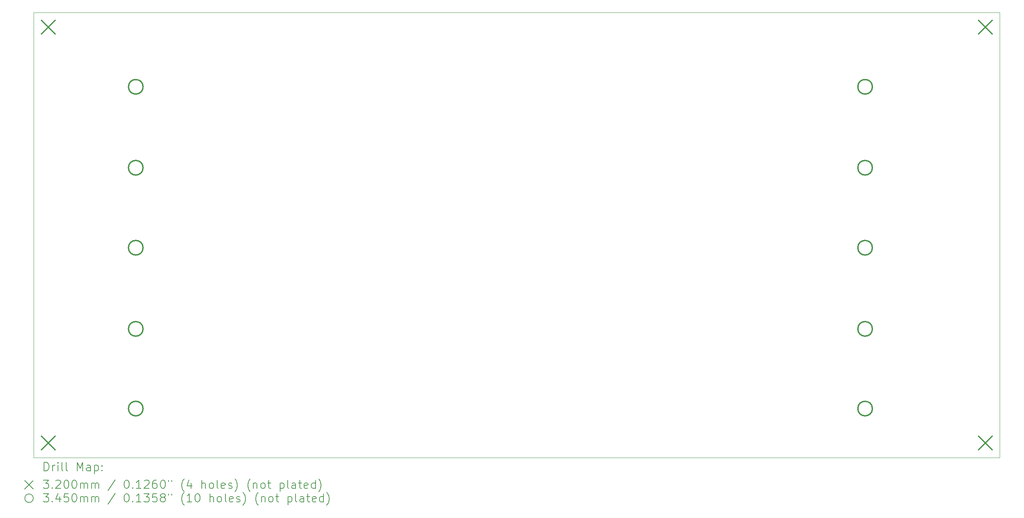
<source format=gbr>
%FSLAX45Y45*%
G04 Gerber Fmt 4.5, Leading zero omitted, Abs format (unit mm)*
G04 Created by KiCad (PCBNEW (6.0.0)) date 2022-01-24 17:49:51*
%MOMM*%
%LPD*%
G01*
G04 APERTURE LIST*
%TA.AperFunction,Profile*%
%ADD10C,0.100000*%
%TD*%
%ADD11C,0.200000*%
%ADD12C,0.320000*%
%ADD13C,0.345000*%
G04 APERTURE END LIST*
D10*
X26473600Y-14439400D02*
X26473600Y-3889400D01*
X3613600Y-14439400D02*
X26473600Y-14439400D01*
X3613600Y-3889400D02*
X3613600Y-14439400D01*
X26473600Y-3889400D02*
X3613600Y-3889400D01*
D11*
D12*
X3802400Y-4081800D02*
X4122400Y-4401800D01*
X4122400Y-4081800D02*
X3802400Y-4401800D01*
X3802400Y-13937000D02*
X4122400Y-14257000D01*
X4122400Y-13937000D02*
X3802400Y-14257000D01*
X25976600Y-4081800D02*
X26296600Y-4401800D01*
X26296600Y-4081800D02*
X25976600Y-4401800D01*
X25976600Y-13937000D02*
X26296600Y-14257000D01*
X26296600Y-13937000D02*
X25976600Y-14257000D01*
D13*
X6206600Y-5653900D02*
G75*
G03*
X6206600Y-5653900I-172500J0D01*
G01*
X6206600Y-7571900D02*
G75*
G03*
X6206600Y-7571900I-172500J0D01*
G01*
X6206600Y-9467900D02*
G75*
G03*
X6206600Y-9467900I-172500J0D01*
G01*
X6206600Y-11390900D02*
G75*
G03*
X6206600Y-11390900I-172500J0D01*
G01*
X6206600Y-13279900D02*
G75*
G03*
X6206600Y-13279900I-172500J0D01*
G01*
X23465600Y-5653900D02*
G75*
G03*
X23465600Y-5653900I-172500J0D01*
G01*
X23465600Y-7571900D02*
G75*
G03*
X23465600Y-7571900I-172500J0D01*
G01*
X23465600Y-9467900D02*
G75*
G03*
X23465600Y-9467900I-172500J0D01*
G01*
X23465600Y-11390900D02*
G75*
G03*
X23465600Y-11390900I-172500J0D01*
G01*
X23465600Y-13279900D02*
G75*
G03*
X23465600Y-13279900I-172500J0D01*
G01*
D11*
X3866219Y-14754876D02*
X3866219Y-14554876D01*
X3913838Y-14554876D01*
X3942409Y-14564400D01*
X3961457Y-14583448D01*
X3970981Y-14602495D01*
X3980505Y-14640590D01*
X3980505Y-14669162D01*
X3970981Y-14707257D01*
X3961457Y-14726305D01*
X3942409Y-14745352D01*
X3913838Y-14754876D01*
X3866219Y-14754876D01*
X4066219Y-14754876D02*
X4066219Y-14621543D01*
X4066219Y-14659638D02*
X4075743Y-14640590D01*
X4085267Y-14631067D01*
X4104314Y-14621543D01*
X4123362Y-14621543D01*
X4190028Y-14754876D02*
X4190028Y-14621543D01*
X4190028Y-14554876D02*
X4180505Y-14564400D01*
X4190028Y-14573924D01*
X4199552Y-14564400D01*
X4190028Y-14554876D01*
X4190028Y-14573924D01*
X4313838Y-14754876D02*
X4294790Y-14745352D01*
X4285267Y-14726305D01*
X4285267Y-14554876D01*
X4418600Y-14754876D02*
X4399552Y-14745352D01*
X4390029Y-14726305D01*
X4390029Y-14554876D01*
X4647171Y-14754876D02*
X4647171Y-14554876D01*
X4713838Y-14697733D01*
X4780505Y-14554876D01*
X4780505Y-14754876D01*
X4961457Y-14754876D02*
X4961457Y-14650114D01*
X4951933Y-14631067D01*
X4932886Y-14621543D01*
X4894790Y-14621543D01*
X4875743Y-14631067D01*
X4961457Y-14745352D02*
X4942410Y-14754876D01*
X4894790Y-14754876D01*
X4875743Y-14745352D01*
X4866219Y-14726305D01*
X4866219Y-14707257D01*
X4875743Y-14688209D01*
X4894790Y-14678686D01*
X4942410Y-14678686D01*
X4961457Y-14669162D01*
X5056695Y-14621543D02*
X5056695Y-14821543D01*
X5056695Y-14631067D02*
X5075743Y-14621543D01*
X5113838Y-14621543D01*
X5132886Y-14631067D01*
X5142410Y-14640590D01*
X5151933Y-14659638D01*
X5151933Y-14716781D01*
X5142410Y-14735828D01*
X5132886Y-14745352D01*
X5113838Y-14754876D01*
X5075743Y-14754876D01*
X5056695Y-14745352D01*
X5237648Y-14735828D02*
X5247171Y-14745352D01*
X5237648Y-14754876D01*
X5228124Y-14745352D01*
X5237648Y-14735828D01*
X5237648Y-14754876D01*
X5237648Y-14631067D02*
X5247171Y-14640590D01*
X5237648Y-14650114D01*
X5228124Y-14640590D01*
X5237648Y-14631067D01*
X5237648Y-14650114D01*
X3408600Y-14984400D02*
X3608600Y-15184400D01*
X3608600Y-14984400D02*
X3408600Y-15184400D01*
X3847171Y-14974876D02*
X3970981Y-14974876D01*
X3904314Y-15051067D01*
X3932886Y-15051067D01*
X3951933Y-15060590D01*
X3961457Y-15070114D01*
X3970981Y-15089162D01*
X3970981Y-15136781D01*
X3961457Y-15155828D01*
X3951933Y-15165352D01*
X3932886Y-15174876D01*
X3875743Y-15174876D01*
X3856695Y-15165352D01*
X3847171Y-15155828D01*
X4056695Y-15155828D02*
X4066219Y-15165352D01*
X4056695Y-15174876D01*
X4047171Y-15165352D01*
X4056695Y-15155828D01*
X4056695Y-15174876D01*
X4142409Y-14993924D02*
X4151933Y-14984400D01*
X4170981Y-14974876D01*
X4218600Y-14974876D01*
X4237648Y-14984400D01*
X4247171Y-14993924D01*
X4256695Y-15012971D01*
X4256695Y-15032019D01*
X4247171Y-15060590D01*
X4132886Y-15174876D01*
X4256695Y-15174876D01*
X4380505Y-14974876D02*
X4399552Y-14974876D01*
X4418600Y-14984400D01*
X4428124Y-14993924D01*
X4437648Y-15012971D01*
X4447171Y-15051067D01*
X4447171Y-15098686D01*
X4437648Y-15136781D01*
X4428124Y-15155828D01*
X4418600Y-15165352D01*
X4399552Y-15174876D01*
X4380505Y-15174876D01*
X4361457Y-15165352D01*
X4351933Y-15155828D01*
X4342410Y-15136781D01*
X4332886Y-15098686D01*
X4332886Y-15051067D01*
X4342410Y-15012971D01*
X4351933Y-14993924D01*
X4361457Y-14984400D01*
X4380505Y-14974876D01*
X4570981Y-14974876D02*
X4590029Y-14974876D01*
X4609076Y-14984400D01*
X4618600Y-14993924D01*
X4628124Y-15012971D01*
X4637648Y-15051067D01*
X4637648Y-15098686D01*
X4628124Y-15136781D01*
X4618600Y-15155828D01*
X4609076Y-15165352D01*
X4590029Y-15174876D01*
X4570981Y-15174876D01*
X4551933Y-15165352D01*
X4542410Y-15155828D01*
X4532886Y-15136781D01*
X4523362Y-15098686D01*
X4523362Y-15051067D01*
X4532886Y-15012971D01*
X4542410Y-14993924D01*
X4551933Y-14984400D01*
X4570981Y-14974876D01*
X4723362Y-15174876D02*
X4723362Y-15041543D01*
X4723362Y-15060590D02*
X4732886Y-15051067D01*
X4751933Y-15041543D01*
X4780505Y-15041543D01*
X4799552Y-15051067D01*
X4809076Y-15070114D01*
X4809076Y-15174876D01*
X4809076Y-15070114D02*
X4818600Y-15051067D01*
X4837648Y-15041543D01*
X4866219Y-15041543D01*
X4885267Y-15051067D01*
X4894790Y-15070114D01*
X4894790Y-15174876D01*
X4990029Y-15174876D02*
X4990029Y-15041543D01*
X4990029Y-15060590D02*
X4999552Y-15051067D01*
X5018600Y-15041543D01*
X5047171Y-15041543D01*
X5066219Y-15051067D01*
X5075743Y-15070114D01*
X5075743Y-15174876D01*
X5075743Y-15070114D02*
X5085267Y-15051067D01*
X5104314Y-15041543D01*
X5132886Y-15041543D01*
X5151933Y-15051067D01*
X5161457Y-15070114D01*
X5161457Y-15174876D01*
X5551933Y-14965352D02*
X5380505Y-15222495D01*
X5809076Y-14974876D02*
X5828124Y-14974876D01*
X5847171Y-14984400D01*
X5856695Y-14993924D01*
X5866219Y-15012971D01*
X5875743Y-15051067D01*
X5875743Y-15098686D01*
X5866219Y-15136781D01*
X5856695Y-15155828D01*
X5847171Y-15165352D01*
X5828124Y-15174876D01*
X5809076Y-15174876D01*
X5790028Y-15165352D01*
X5780505Y-15155828D01*
X5770981Y-15136781D01*
X5761457Y-15098686D01*
X5761457Y-15051067D01*
X5770981Y-15012971D01*
X5780505Y-14993924D01*
X5790028Y-14984400D01*
X5809076Y-14974876D01*
X5961457Y-15155828D02*
X5970981Y-15165352D01*
X5961457Y-15174876D01*
X5951933Y-15165352D01*
X5961457Y-15155828D01*
X5961457Y-15174876D01*
X6161457Y-15174876D02*
X6047171Y-15174876D01*
X6104314Y-15174876D02*
X6104314Y-14974876D01*
X6085267Y-15003448D01*
X6066219Y-15022495D01*
X6047171Y-15032019D01*
X6237648Y-14993924D02*
X6247171Y-14984400D01*
X6266219Y-14974876D01*
X6313838Y-14974876D01*
X6332886Y-14984400D01*
X6342409Y-14993924D01*
X6351933Y-15012971D01*
X6351933Y-15032019D01*
X6342409Y-15060590D01*
X6228124Y-15174876D01*
X6351933Y-15174876D01*
X6523362Y-14974876D02*
X6485267Y-14974876D01*
X6466219Y-14984400D01*
X6456695Y-14993924D01*
X6437648Y-15022495D01*
X6428124Y-15060590D01*
X6428124Y-15136781D01*
X6437648Y-15155828D01*
X6447171Y-15165352D01*
X6466219Y-15174876D01*
X6504314Y-15174876D01*
X6523362Y-15165352D01*
X6532886Y-15155828D01*
X6542409Y-15136781D01*
X6542409Y-15089162D01*
X6532886Y-15070114D01*
X6523362Y-15060590D01*
X6504314Y-15051067D01*
X6466219Y-15051067D01*
X6447171Y-15060590D01*
X6437648Y-15070114D01*
X6428124Y-15089162D01*
X6666219Y-14974876D02*
X6685267Y-14974876D01*
X6704314Y-14984400D01*
X6713838Y-14993924D01*
X6723362Y-15012971D01*
X6732886Y-15051067D01*
X6732886Y-15098686D01*
X6723362Y-15136781D01*
X6713838Y-15155828D01*
X6704314Y-15165352D01*
X6685267Y-15174876D01*
X6666219Y-15174876D01*
X6647171Y-15165352D01*
X6637648Y-15155828D01*
X6628124Y-15136781D01*
X6618600Y-15098686D01*
X6618600Y-15051067D01*
X6628124Y-15012971D01*
X6637648Y-14993924D01*
X6647171Y-14984400D01*
X6666219Y-14974876D01*
X6809076Y-14974876D02*
X6809076Y-15012971D01*
X6885267Y-14974876D02*
X6885267Y-15012971D01*
X7180505Y-15251067D02*
X7170981Y-15241543D01*
X7151933Y-15212971D01*
X7142409Y-15193924D01*
X7132886Y-15165352D01*
X7123362Y-15117733D01*
X7123362Y-15079638D01*
X7132886Y-15032019D01*
X7142409Y-15003448D01*
X7151933Y-14984400D01*
X7170981Y-14955828D01*
X7180505Y-14946305D01*
X7342409Y-15041543D02*
X7342409Y-15174876D01*
X7294790Y-14965352D02*
X7247171Y-15108209D01*
X7370981Y-15108209D01*
X7599552Y-15174876D02*
X7599552Y-14974876D01*
X7685267Y-15174876D02*
X7685267Y-15070114D01*
X7675743Y-15051067D01*
X7656695Y-15041543D01*
X7628124Y-15041543D01*
X7609076Y-15051067D01*
X7599552Y-15060590D01*
X7809076Y-15174876D02*
X7790028Y-15165352D01*
X7780505Y-15155828D01*
X7770981Y-15136781D01*
X7770981Y-15079638D01*
X7780505Y-15060590D01*
X7790028Y-15051067D01*
X7809076Y-15041543D01*
X7837648Y-15041543D01*
X7856695Y-15051067D01*
X7866219Y-15060590D01*
X7875743Y-15079638D01*
X7875743Y-15136781D01*
X7866219Y-15155828D01*
X7856695Y-15165352D01*
X7837648Y-15174876D01*
X7809076Y-15174876D01*
X7990028Y-15174876D02*
X7970981Y-15165352D01*
X7961457Y-15146305D01*
X7961457Y-14974876D01*
X8142409Y-15165352D02*
X8123362Y-15174876D01*
X8085267Y-15174876D01*
X8066219Y-15165352D01*
X8056695Y-15146305D01*
X8056695Y-15070114D01*
X8066219Y-15051067D01*
X8085267Y-15041543D01*
X8123362Y-15041543D01*
X8142409Y-15051067D01*
X8151933Y-15070114D01*
X8151933Y-15089162D01*
X8056695Y-15108209D01*
X8228124Y-15165352D02*
X8247171Y-15174876D01*
X8285267Y-15174876D01*
X8304314Y-15165352D01*
X8313838Y-15146305D01*
X8313838Y-15136781D01*
X8304314Y-15117733D01*
X8285267Y-15108209D01*
X8256695Y-15108209D01*
X8237648Y-15098686D01*
X8228124Y-15079638D01*
X8228124Y-15070114D01*
X8237648Y-15051067D01*
X8256695Y-15041543D01*
X8285267Y-15041543D01*
X8304314Y-15051067D01*
X8380505Y-15251067D02*
X8390029Y-15241543D01*
X8409076Y-15212971D01*
X8418600Y-15193924D01*
X8428124Y-15165352D01*
X8437648Y-15117733D01*
X8437648Y-15079638D01*
X8428124Y-15032019D01*
X8418600Y-15003448D01*
X8409076Y-14984400D01*
X8390029Y-14955828D01*
X8380505Y-14946305D01*
X8742410Y-15251067D02*
X8732886Y-15241543D01*
X8713838Y-15212971D01*
X8704314Y-15193924D01*
X8694790Y-15165352D01*
X8685267Y-15117733D01*
X8685267Y-15079638D01*
X8694790Y-15032019D01*
X8704314Y-15003448D01*
X8713838Y-14984400D01*
X8732886Y-14955828D01*
X8742410Y-14946305D01*
X8818600Y-15041543D02*
X8818600Y-15174876D01*
X8818600Y-15060590D02*
X8828124Y-15051067D01*
X8847171Y-15041543D01*
X8875743Y-15041543D01*
X8894790Y-15051067D01*
X8904314Y-15070114D01*
X8904314Y-15174876D01*
X9028124Y-15174876D02*
X9009076Y-15165352D01*
X8999552Y-15155828D01*
X8990029Y-15136781D01*
X8990029Y-15079638D01*
X8999552Y-15060590D01*
X9009076Y-15051067D01*
X9028124Y-15041543D01*
X9056695Y-15041543D01*
X9075743Y-15051067D01*
X9085267Y-15060590D01*
X9094790Y-15079638D01*
X9094790Y-15136781D01*
X9085267Y-15155828D01*
X9075743Y-15165352D01*
X9056695Y-15174876D01*
X9028124Y-15174876D01*
X9151933Y-15041543D02*
X9228124Y-15041543D01*
X9180505Y-14974876D02*
X9180505Y-15146305D01*
X9190029Y-15165352D01*
X9209076Y-15174876D01*
X9228124Y-15174876D01*
X9447171Y-15041543D02*
X9447171Y-15241543D01*
X9447171Y-15051067D02*
X9466219Y-15041543D01*
X9504314Y-15041543D01*
X9523362Y-15051067D01*
X9532886Y-15060590D01*
X9542410Y-15079638D01*
X9542410Y-15136781D01*
X9532886Y-15155828D01*
X9523362Y-15165352D01*
X9504314Y-15174876D01*
X9466219Y-15174876D01*
X9447171Y-15165352D01*
X9656695Y-15174876D02*
X9637648Y-15165352D01*
X9628124Y-15146305D01*
X9628124Y-14974876D01*
X9818600Y-15174876D02*
X9818600Y-15070114D01*
X9809076Y-15051067D01*
X9790029Y-15041543D01*
X9751933Y-15041543D01*
X9732886Y-15051067D01*
X9818600Y-15165352D02*
X9799552Y-15174876D01*
X9751933Y-15174876D01*
X9732886Y-15165352D01*
X9723362Y-15146305D01*
X9723362Y-15127257D01*
X9732886Y-15108209D01*
X9751933Y-15098686D01*
X9799552Y-15098686D01*
X9818600Y-15089162D01*
X9885267Y-15041543D02*
X9961457Y-15041543D01*
X9913838Y-14974876D02*
X9913838Y-15146305D01*
X9923362Y-15165352D01*
X9942410Y-15174876D01*
X9961457Y-15174876D01*
X10104314Y-15165352D02*
X10085267Y-15174876D01*
X10047171Y-15174876D01*
X10028124Y-15165352D01*
X10018600Y-15146305D01*
X10018600Y-15070114D01*
X10028124Y-15051067D01*
X10047171Y-15041543D01*
X10085267Y-15041543D01*
X10104314Y-15051067D01*
X10113838Y-15070114D01*
X10113838Y-15089162D01*
X10018600Y-15108209D01*
X10285267Y-15174876D02*
X10285267Y-14974876D01*
X10285267Y-15165352D02*
X10266219Y-15174876D01*
X10228124Y-15174876D01*
X10209076Y-15165352D01*
X10199552Y-15155828D01*
X10190029Y-15136781D01*
X10190029Y-15079638D01*
X10199552Y-15060590D01*
X10209076Y-15051067D01*
X10228124Y-15041543D01*
X10266219Y-15041543D01*
X10285267Y-15051067D01*
X10361457Y-15251067D02*
X10370981Y-15241543D01*
X10390029Y-15212971D01*
X10399552Y-15193924D01*
X10409076Y-15165352D01*
X10418600Y-15117733D01*
X10418600Y-15079638D01*
X10409076Y-15032019D01*
X10399552Y-15003448D01*
X10390029Y-14984400D01*
X10370981Y-14955828D01*
X10361457Y-14946305D01*
X3608600Y-15404400D02*
G75*
G03*
X3608600Y-15404400I-100000J0D01*
G01*
X3847171Y-15294876D02*
X3970981Y-15294876D01*
X3904314Y-15371067D01*
X3932886Y-15371067D01*
X3951933Y-15380590D01*
X3961457Y-15390114D01*
X3970981Y-15409162D01*
X3970981Y-15456781D01*
X3961457Y-15475828D01*
X3951933Y-15485352D01*
X3932886Y-15494876D01*
X3875743Y-15494876D01*
X3856695Y-15485352D01*
X3847171Y-15475828D01*
X4056695Y-15475828D02*
X4066219Y-15485352D01*
X4056695Y-15494876D01*
X4047171Y-15485352D01*
X4056695Y-15475828D01*
X4056695Y-15494876D01*
X4237648Y-15361543D02*
X4237648Y-15494876D01*
X4190028Y-15285352D02*
X4142409Y-15428209D01*
X4266219Y-15428209D01*
X4437648Y-15294876D02*
X4342410Y-15294876D01*
X4332886Y-15390114D01*
X4342410Y-15380590D01*
X4361457Y-15371067D01*
X4409076Y-15371067D01*
X4428124Y-15380590D01*
X4437648Y-15390114D01*
X4447171Y-15409162D01*
X4447171Y-15456781D01*
X4437648Y-15475828D01*
X4428124Y-15485352D01*
X4409076Y-15494876D01*
X4361457Y-15494876D01*
X4342410Y-15485352D01*
X4332886Y-15475828D01*
X4570981Y-15294876D02*
X4590029Y-15294876D01*
X4609076Y-15304400D01*
X4618600Y-15313924D01*
X4628124Y-15332971D01*
X4637648Y-15371067D01*
X4637648Y-15418686D01*
X4628124Y-15456781D01*
X4618600Y-15475828D01*
X4609076Y-15485352D01*
X4590029Y-15494876D01*
X4570981Y-15494876D01*
X4551933Y-15485352D01*
X4542410Y-15475828D01*
X4532886Y-15456781D01*
X4523362Y-15418686D01*
X4523362Y-15371067D01*
X4532886Y-15332971D01*
X4542410Y-15313924D01*
X4551933Y-15304400D01*
X4570981Y-15294876D01*
X4723362Y-15494876D02*
X4723362Y-15361543D01*
X4723362Y-15380590D02*
X4732886Y-15371067D01*
X4751933Y-15361543D01*
X4780505Y-15361543D01*
X4799552Y-15371067D01*
X4809076Y-15390114D01*
X4809076Y-15494876D01*
X4809076Y-15390114D02*
X4818600Y-15371067D01*
X4837648Y-15361543D01*
X4866219Y-15361543D01*
X4885267Y-15371067D01*
X4894790Y-15390114D01*
X4894790Y-15494876D01*
X4990029Y-15494876D02*
X4990029Y-15361543D01*
X4990029Y-15380590D02*
X4999552Y-15371067D01*
X5018600Y-15361543D01*
X5047171Y-15361543D01*
X5066219Y-15371067D01*
X5075743Y-15390114D01*
X5075743Y-15494876D01*
X5075743Y-15390114D02*
X5085267Y-15371067D01*
X5104314Y-15361543D01*
X5132886Y-15361543D01*
X5151933Y-15371067D01*
X5161457Y-15390114D01*
X5161457Y-15494876D01*
X5551933Y-15285352D02*
X5380505Y-15542495D01*
X5809076Y-15294876D02*
X5828124Y-15294876D01*
X5847171Y-15304400D01*
X5856695Y-15313924D01*
X5866219Y-15332971D01*
X5875743Y-15371067D01*
X5875743Y-15418686D01*
X5866219Y-15456781D01*
X5856695Y-15475828D01*
X5847171Y-15485352D01*
X5828124Y-15494876D01*
X5809076Y-15494876D01*
X5790028Y-15485352D01*
X5780505Y-15475828D01*
X5770981Y-15456781D01*
X5761457Y-15418686D01*
X5761457Y-15371067D01*
X5770981Y-15332971D01*
X5780505Y-15313924D01*
X5790028Y-15304400D01*
X5809076Y-15294876D01*
X5961457Y-15475828D02*
X5970981Y-15485352D01*
X5961457Y-15494876D01*
X5951933Y-15485352D01*
X5961457Y-15475828D01*
X5961457Y-15494876D01*
X6161457Y-15494876D02*
X6047171Y-15494876D01*
X6104314Y-15494876D02*
X6104314Y-15294876D01*
X6085267Y-15323448D01*
X6066219Y-15342495D01*
X6047171Y-15352019D01*
X6228124Y-15294876D02*
X6351933Y-15294876D01*
X6285267Y-15371067D01*
X6313838Y-15371067D01*
X6332886Y-15380590D01*
X6342409Y-15390114D01*
X6351933Y-15409162D01*
X6351933Y-15456781D01*
X6342409Y-15475828D01*
X6332886Y-15485352D01*
X6313838Y-15494876D01*
X6256695Y-15494876D01*
X6237648Y-15485352D01*
X6228124Y-15475828D01*
X6532886Y-15294876D02*
X6437648Y-15294876D01*
X6428124Y-15390114D01*
X6437648Y-15380590D01*
X6456695Y-15371067D01*
X6504314Y-15371067D01*
X6523362Y-15380590D01*
X6532886Y-15390114D01*
X6542409Y-15409162D01*
X6542409Y-15456781D01*
X6532886Y-15475828D01*
X6523362Y-15485352D01*
X6504314Y-15494876D01*
X6456695Y-15494876D01*
X6437648Y-15485352D01*
X6428124Y-15475828D01*
X6656695Y-15380590D02*
X6637648Y-15371067D01*
X6628124Y-15361543D01*
X6618600Y-15342495D01*
X6618600Y-15332971D01*
X6628124Y-15313924D01*
X6637648Y-15304400D01*
X6656695Y-15294876D01*
X6694790Y-15294876D01*
X6713838Y-15304400D01*
X6723362Y-15313924D01*
X6732886Y-15332971D01*
X6732886Y-15342495D01*
X6723362Y-15361543D01*
X6713838Y-15371067D01*
X6694790Y-15380590D01*
X6656695Y-15380590D01*
X6637648Y-15390114D01*
X6628124Y-15399638D01*
X6618600Y-15418686D01*
X6618600Y-15456781D01*
X6628124Y-15475828D01*
X6637648Y-15485352D01*
X6656695Y-15494876D01*
X6694790Y-15494876D01*
X6713838Y-15485352D01*
X6723362Y-15475828D01*
X6732886Y-15456781D01*
X6732886Y-15418686D01*
X6723362Y-15399638D01*
X6713838Y-15390114D01*
X6694790Y-15380590D01*
X6809076Y-15294876D02*
X6809076Y-15332971D01*
X6885267Y-15294876D02*
X6885267Y-15332971D01*
X7180505Y-15571067D02*
X7170981Y-15561543D01*
X7151933Y-15532971D01*
X7142409Y-15513924D01*
X7132886Y-15485352D01*
X7123362Y-15437733D01*
X7123362Y-15399638D01*
X7132886Y-15352019D01*
X7142409Y-15323448D01*
X7151933Y-15304400D01*
X7170981Y-15275828D01*
X7180505Y-15266305D01*
X7361457Y-15494876D02*
X7247171Y-15494876D01*
X7304314Y-15494876D02*
X7304314Y-15294876D01*
X7285267Y-15323448D01*
X7266219Y-15342495D01*
X7247171Y-15352019D01*
X7485267Y-15294876D02*
X7504314Y-15294876D01*
X7523362Y-15304400D01*
X7532886Y-15313924D01*
X7542409Y-15332971D01*
X7551933Y-15371067D01*
X7551933Y-15418686D01*
X7542409Y-15456781D01*
X7532886Y-15475828D01*
X7523362Y-15485352D01*
X7504314Y-15494876D01*
X7485267Y-15494876D01*
X7466219Y-15485352D01*
X7456695Y-15475828D01*
X7447171Y-15456781D01*
X7437648Y-15418686D01*
X7437648Y-15371067D01*
X7447171Y-15332971D01*
X7456695Y-15313924D01*
X7466219Y-15304400D01*
X7485267Y-15294876D01*
X7790028Y-15494876D02*
X7790028Y-15294876D01*
X7875743Y-15494876D02*
X7875743Y-15390114D01*
X7866219Y-15371067D01*
X7847171Y-15361543D01*
X7818600Y-15361543D01*
X7799552Y-15371067D01*
X7790028Y-15380590D01*
X7999552Y-15494876D02*
X7980505Y-15485352D01*
X7970981Y-15475828D01*
X7961457Y-15456781D01*
X7961457Y-15399638D01*
X7970981Y-15380590D01*
X7980505Y-15371067D01*
X7999552Y-15361543D01*
X8028124Y-15361543D01*
X8047171Y-15371067D01*
X8056695Y-15380590D01*
X8066219Y-15399638D01*
X8066219Y-15456781D01*
X8056695Y-15475828D01*
X8047171Y-15485352D01*
X8028124Y-15494876D01*
X7999552Y-15494876D01*
X8180505Y-15494876D02*
X8161457Y-15485352D01*
X8151933Y-15466305D01*
X8151933Y-15294876D01*
X8332886Y-15485352D02*
X8313838Y-15494876D01*
X8275743Y-15494876D01*
X8256695Y-15485352D01*
X8247171Y-15466305D01*
X8247171Y-15390114D01*
X8256695Y-15371067D01*
X8275743Y-15361543D01*
X8313838Y-15361543D01*
X8332886Y-15371067D01*
X8342409Y-15390114D01*
X8342409Y-15409162D01*
X8247171Y-15428209D01*
X8418600Y-15485352D02*
X8437648Y-15494876D01*
X8475743Y-15494876D01*
X8494790Y-15485352D01*
X8504314Y-15466305D01*
X8504314Y-15456781D01*
X8494790Y-15437733D01*
X8475743Y-15428209D01*
X8447171Y-15428209D01*
X8428124Y-15418686D01*
X8418600Y-15399638D01*
X8418600Y-15390114D01*
X8428124Y-15371067D01*
X8447171Y-15361543D01*
X8475743Y-15361543D01*
X8494790Y-15371067D01*
X8570981Y-15571067D02*
X8580505Y-15561543D01*
X8599552Y-15532971D01*
X8609076Y-15513924D01*
X8618600Y-15485352D01*
X8628124Y-15437733D01*
X8628124Y-15399638D01*
X8618600Y-15352019D01*
X8609076Y-15323448D01*
X8599552Y-15304400D01*
X8580505Y-15275828D01*
X8570981Y-15266305D01*
X8932886Y-15571067D02*
X8923362Y-15561543D01*
X8904314Y-15532971D01*
X8894790Y-15513924D01*
X8885267Y-15485352D01*
X8875743Y-15437733D01*
X8875743Y-15399638D01*
X8885267Y-15352019D01*
X8894790Y-15323448D01*
X8904314Y-15304400D01*
X8923362Y-15275828D01*
X8932886Y-15266305D01*
X9009076Y-15361543D02*
X9009076Y-15494876D01*
X9009076Y-15380590D02*
X9018600Y-15371067D01*
X9037648Y-15361543D01*
X9066219Y-15361543D01*
X9085267Y-15371067D01*
X9094790Y-15390114D01*
X9094790Y-15494876D01*
X9218600Y-15494876D02*
X9199552Y-15485352D01*
X9190029Y-15475828D01*
X9180505Y-15456781D01*
X9180505Y-15399638D01*
X9190029Y-15380590D01*
X9199552Y-15371067D01*
X9218600Y-15361543D01*
X9247171Y-15361543D01*
X9266219Y-15371067D01*
X9275743Y-15380590D01*
X9285267Y-15399638D01*
X9285267Y-15456781D01*
X9275743Y-15475828D01*
X9266219Y-15485352D01*
X9247171Y-15494876D01*
X9218600Y-15494876D01*
X9342410Y-15361543D02*
X9418600Y-15361543D01*
X9370981Y-15294876D02*
X9370981Y-15466305D01*
X9380505Y-15485352D01*
X9399552Y-15494876D01*
X9418600Y-15494876D01*
X9637648Y-15361543D02*
X9637648Y-15561543D01*
X9637648Y-15371067D02*
X9656695Y-15361543D01*
X9694790Y-15361543D01*
X9713838Y-15371067D01*
X9723362Y-15380590D01*
X9732886Y-15399638D01*
X9732886Y-15456781D01*
X9723362Y-15475828D01*
X9713838Y-15485352D01*
X9694790Y-15494876D01*
X9656695Y-15494876D01*
X9637648Y-15485352D01*
X9847171Y-15494876D02*
X9828124Y-15485352D01*
X9818600Y-15466305D01*
X9818600Y-15294876D01*
X10009076Y-15494876D02*
X10009076Y-15390114D01*
X9999552Y-15371067D01*
X9980505Y-15361543D01*
X9942410Y-15361543D01*
X9923362Y-15371067D01*
X10009076Y-15485352D02*
X9990029Y-15494876D01*
X9942410Y-15494876D01*
X9923362Y-15485352D01*
X9913838Y-15466305D01*
X9913838Y-15447257D01*
X9923362Y-15428209D01*
X9942410Y-15418686D01*
X9990029Y-15418686D01*
X10009076Y-15409162D01*
X10075743Y-15361543D02*
X10151933Y-15361543D01*
X10104314Y-15294876D02*
X10104314Y-15466305D01*
X10113838Y-15485352D01*
X10132886Y-15494876D01*
X10151933Y-15494876D01*
X10294790Y-15485352D02*
X10275743Y-15494876D01*
X10237648Y-15494876D01*
X10218600Y-15485352D01*
X10209076Y-15466305D01*
X10209076Y-15390114D01*
X10218600Y-15371067D01*
X10237648Y-15361543D01*
X10275743Y-15361543D01*
X10294790Y-15371067D01*
X10304314Y-15390114D01*
X10304314Y-15409162D01*
X10209076Y-15428209D01*
X10475743Y-15494876D02*
X10475743Y-15294876D01*
X10475743Y-15485352D02*
X10456695Y-15494876D01*
X10418600Y-15494876D01*
X10399552Y-15485352D01*
X10390029Y-15475828D01*
X10380505Y-15456781D01*
X10380505Y-15399638D01*
X10390029Y-15380590D01*
X10399552Y-15371067D01*
X10418600Y-15361543D01*
X10456695Y-15361543D01*
X10475743Y-15371067D01*
X10551933Y-15571067D02*
X10561457Y-15561543D01*
X10580505Y-15532971D01*
X10590029Y-15513924D01*
X10599552Y-15485352D01*
X10609076Y-15437733D01*
X10609076Y-15399638D01*
X10599552Y-15352019D01*
X10590029Y-15323448D01*
X10580505Y-15304400D01*
X10561457Y-15275828D01*
X10551933Y-15266305D01*
M02*

</source>
